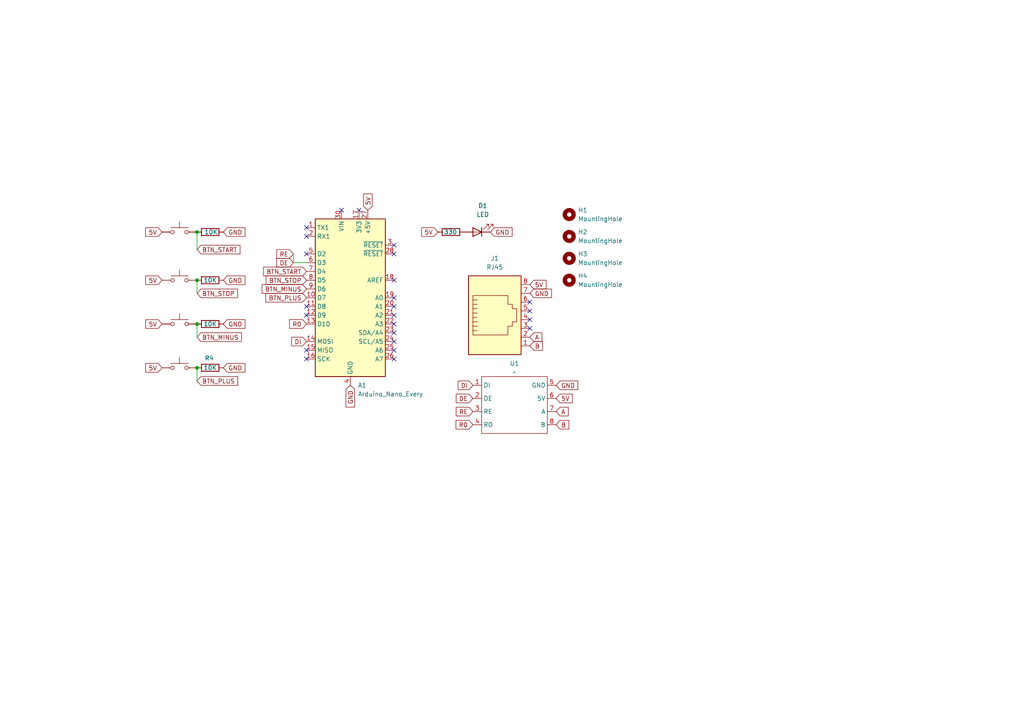
<source format=kicad_sch>
(kicad_sch (version 20231120) (generator "eeschema") (generator_version "8.0")
  (paper "A4")
  (lib_symbols
    (symbol "Connector:MAX485-TTL"
      (property "Reference" "U" (at 0 0 0))
      (symbol "MAX485-TTL_0_1"
        (rectangle (start 25.4 5.08) (end 44.45 -11.43))
      )
      (symbol "MAX485-TTL_1_1"
        (pin input line (at 22.86 2.54 0) (length 2.54) (name "DI") (number "1"))
        (pin input line (at 22.86 -1.27 0) (length 2.54) (name "DE") (number "2"))
        (pin input line (at 22.86 -5.08 0) (length 2.54) (name "RE") (number "3"))
        (pin input line (at 22.86 -8.89 0) (length 2.54) (name "RO") (number "4"))
        (pin input line (at 46.99 2.54 180) (length 2.54) (name "GND") (number "5"))
        (pin input line (at 46.99 -1.27 180) (length 2.54) (name "5V") (number "6"))
        (pin output line (at 46.99 -5.08 180) (length 2.54) (name "A") (number "7"))
        (pin output line (at 46.99 -8.89 180) (length 2.54) (name "B") (number "8"))
      )
    )
    (symbol "Connector:RJ45" (pin_names (offset 1.016))
      (property "Reference" "J" (at -5.08 13.97 0))
      (property "Value" "RJ45" (at 2.54 13.97 0))
      (symbol "RJ45_0_1"
        (polyline (pts (xy -5.08 4.445) (xy -6.35 4.445)))
        (polyline (pts (xy -5.08 5.715) (xy -6.35 5.715)))
        (polyline (pts (xy -6.35 -3.175) (xy -5.08 -3.175) (xy -5.08 -3.175)))
        (polyline (pts (xy -6.35 -1.905) (xy -5.08 -1.905) (xy -5.08 -1.905)))
        (polyline (pts (xy -6.35 -0.635) (xy -5.08 -0.635) (xy -5.08 -0.635)))
        (polyline (pts (xy -6.35 0.635) (xy -5.08 0.635) (xy -5.08 0.635)))
        (polyline (pts (xy -6.35 1.905) (xy -5.08 1.905) (xy -5.08 1.905)))
        (polyline (pts (xy -5.08 3.175) (xy -6.35 3.175) (xy -6.35 3.175)))
        (polyline (pts (xy -6.35 -4.445) (xy -6.35 6.985) (xy 3.81 6.985) (xy 3.81 4.445) (xy 5.08 4.445) (xy 5.08 3.175) (xy 6.35 3.175) (xy 6.35 -0.635) (xy 5.08 -0.635) (xy 5.08 -1.905) (xy 3.81 -1.905) (xy 3.81 -4.445) (xy -6.35 -4.445) (xy -6.35 -4.445)))
        (rectangle (start 7.62 12.7) (end -7.62 -10.16) (stroke (width 0.254)) (fill (type background)))
      )
      (symbol "RJ45_1_1"
        (pin passive line (at 10.16 -7.62 180) (length 2.54) (name "~") (number "1"))
        (pin passive line (at 10.16 -5.08 180) (length 2.54) (name "~") (number "2"))
        (pin passive line (at 10.16 -2.54 180) (length 2.54) (name "~") (number "3"))
        (pin passive line (at 10.16 0 180) (length 2.54) (name "~") (number "4"))
        (pin passive line (at 10.16 2.54 180) (length 2.54) (name "~") (number "5"))
        (pin passive line (at 10.16 5.08 180) (length 2.54) (name "~") (number "6"))
        (pin passive line (at 10.16 7.62 180) (length 2.54) (name "~") (number "7"))
        (pin passive line (at 10.16 10.16 180) (length 2.54) (name "~") (number "8"))
      )
    )
    (symbol "Device:LED" (pin_numbers hide) (pin_names (offset 1.016) hide)
      (property "Reference" "D" (at 0 2.54 0))
      (property "Value" "LED" (at 0 -2.54 0))
      (symbol "LED_0_1"
        (polyline (pts (xy -1.27 -1.27) (xy -1.27 1.27)) (stroke (width 0.254)))
        (polyline (pts (xy -1.27 0) (xy 1.27 0)))
        (polyline (pts (xy 1.27 -1.27) (xy 1.27 1.27) (xy -1.27 0) (xy 1.27 -1.27)) (stroke (width 0.254)))
        (polyline (pts (xy -3.048 -0.762) (xy -4.572 -2.286) (xy -3.81 -2.286) (xy -4.572 -2.286) (xy -4.572 -1.524)))
        (polyline (pts (xy -1.778 -0.762) (xy -3.302 -2.286) (xy -2.54 -2.286) (xy -3.302 -2.286) (xy -3.302 -1.524)))
      )
      (symbol "LED_1_1"
        (pin passive line (at -3.81 0 0) (length 2.54) (name "K") (number "1"))
        (pin passive line (at 3.81 0 180) (length 2.54) (name "A") (number "2"))
      )
    )
    (symbol "Device:R" (pin_numbers hide) (pin_names (offset 0))
      (property "Reference" "R" (at 2.032 0 90))
      (property "Value" "R" (at 0 0 90))
      (symbol "R_0_1"
        (rectangle (start -1.016 -2.54) (end 1.016 2.54) (stroke (width 0.254)))
      )
      (symbol "R_1_1"
        (pin passive line (at 0 3.81 270) (length 1.27) (name "~") (number "1"))
        (pin passive line (at 0 -3.81 90) (length 1.27) (name "~") (number "2"))
      )
    )
    (symbol "MCU_Module:Arduino_Nano_Every"
      (property "Reference" "A" (at -10.16 23.495 0))
      (property "Value" "Arduino_Nano_Every" (at 5.08 -24.13 0))
      (symbol "Arduino_Nano_Every_0_1"
        (rectangle (start -10.16 22.86) (end 10.16 -22.86) (stroke (width 0.254)) (fill (type background)))
      )
      (symbol "Arduino_Nano_Every_1_1"
        (pin bidirectional line (at -12.7 20.32 0) (length 2.54) (name "TX1") (number "1"))
        (pin bidirectional line (at -12.7 0 0) (length 2.54) (name "D7") (number "10"))
        (pin bidirectional line (at -12.7 -2.54 0) (length 2.54) (name "D8") (number "11"))
        (pin bidirectional line (at -12.7 -5.08 0) (length 2.54) (name "D9") (number "12"))
        (pin bidirectional line (at -12.7 -7.62 0) (length 2.54) (name "D10") (number "13"))
        (pin bidirectional line (at -12.7 -12.7 0) (length 2.54) (name "MOSI") (number "14"))
        (pin bidirectional line (at -12.7 -15.24 0) (length 2.54) (name "MISO") (number "15"))
        (pin bidirectional line (at -12.7 -17.78 0) (length 2.54) (name "SCK") (number "16"))
        (pin power_out line (at 2.54 25.4 270) (length 2.54) (name "3V3") (number "17"))
        (pin input line (at 12.7 5.08 180) (length 2.54) (name "AREF") (number "18"))
        (pin bidirectional line (at 12.7 0 180) (length 2.54) (name "A0") (number "19"))
        (pin bidirectional line (at -12.7 17.78 0) (length 2.54) (name "RX1") (number "2"))
        (pin bidirectional line (at 12.7 -2.54 180) (length 2.54) (name "A1") (number "20"))
        (pin bidirectional line (at 12.7 -5.08 180) (length 2.54) (name "A2") (number "21"))
        (pin bidirectional line (at 12.7 -7.62 180) (length 2.54) (name "A3") (number "22"))
        (pin bidirectional line (at 12.7 -10.16 180) (length 2.54) (name "SDA/A4") (number "23"))
        (pin bidirectional line (at 12.7 -12.7 180) (length 2.54) (name "SCL/A5") (number "24"))
        (pin bidirectional line (at 12.7 -15.24 180) (length 2.54) (name "A6") (number "25"))
        (pin bidirectional line (at 12.7 -17.78 180) (length 2.54) (name "A7") (number "26"))
        (pin power_out line (at 5.08 25.4 270) (length 2.54) (name "+5V") (number "27"))
        (pin input line (at 12.7 12.7 180) (length 2.54) (name "~{RESET}") (number "28"))
        (pin passive line (at 0 -25.4 90) (length 2.54) hide (name "GND") (number "29"))
        (pin input line (at 12.7 15.24 180) (length 2.54) (name "~{RESET}") (number "3"))
        (pin power_in line (at -2.54 25.4 270) (length 2.54) (name "VIN") (number "30"))
        (pin power_in line (at 0 -25.4 90) (length 2.54) (name "GND") (number "4"))
        (pin bidirectional line (at -12.7 12.7 0) (length 2.54) (name "D2") (number "5"))
        (pin bidirectional line (at -12.7 10.16 0) (length 2.54) (name "D3") (number "6"))
        (pin bidirectional line (at -12.7 7.62 0) (length 2.54) (name "D4") (number "7"))
        (pin bidirectional line (at -12.7 5.08 0) (length 2.54) (name "D5") (number "8"))
        (pin bidirectional line (at -12.7 2.54 0) (length 2.54) (name "D6") (number "9"))
      )
    )
    (symbol "Mechanical:MountingHole" (pin_names (offset 1.016)) (exclude_from_sim yes) (in_bom no)
      (property "Reference" "H" (at 0 5.08 0))
      (property "Value" "MountingHole" (at 0 3.175 0))
      (symbol "MountingHole_0_1"
        (circle (center 0 0) (radius 1.27) (stroke (width 1.27)))
      )
    )
    (symbol "Switch:SW_Push" (pin_numbers hide) (pin_names (offset 1.016) hide)
      (property "Reference" "SW" (at 1.27 2.54 0))
      (property "Value" "SW_Push" (at 0 -1.524 0))
      (symbol "SW_Push_0_1"
        (circle (center -2.032 0) (radius 0.508))
        (polyline (pts (xy 0 1.27) (xy 0 3.048)))
        (polyline (pts (xy 2.54 1.27) (xy -2.54 1.27)))
        (circle (center 2.032 0) (radius 0.508))
        (pin passive line (at -5.08 0 0) (length 2.54) (name "1") (number "1"))
        (pin passive line (at 5.08 0 180) (length 2.54) (name "2") (number "2"))
      )
    )
  )
  (junction (at 57.15 81.28))
  (junction (at 57.15 93.98))
  (junction (at 57.15 67.31))
  (junction (at 57.15 106.68))
  (no_connect (at 153.67 92.71))
  (no_connect (at 114.3 104.14))
  (no_connect (at 114.3 93.98))
  (no_connect (at 104.14 60.96))
  (no_connect (at 114.3 101.6))
  (no_connect (at 88.9 66.04))
  (no_connect (at 88.9 91.44))
  (no_connect (at 88.9 104.14))
  (no_connect (at 99.06 60.96))
  (no_connect (at 88.9 73.66))
  (no_connect (at 114.3 86.36))
  (no_connect (at 88.9 88.9))
  (no_connect (at 88.9 68.58))
  (no_connect (at 114.3 99.06))
  (no_connect (at 114.3 73.66))
  (no_connect (at 153.67 95.25))
  (no_connect (at 114.3 81.28))
  (no_connect (at 153.67 90.17))
  (no_connect (at 114.3 91.44))
  (no_connect (at 114.3 96.52))
  (no_connect (at 114.3 88.9))
  (no_connect (at 153.67 87.63))
  (no_connect (at 88.9 101.6))
  (no_connect (at 114.3 71.12))
  (wire (pts (xy 85.09 73.66) (xy 85.09 76.2)))
  (wire (pts (xy 57.15 72.39) (xy 57.15 67.31)))
  (wire (pts (xy 57.15 85.09) (xy 57.15 81.28)))
  (wire (pts (xy 85.09 76.2) (xy 88.9 76.2)))
  (wire (pts (xy 57.15 97.79) (xy 57.15 93.98)))
  (wire (pts (xy 57.15 110.49) (xy 57.15 106.68)))
  (global_label "GND" (shape input) (at 101.6 111.76 270) (property "Intersheetrefs" "${INTERSHEET_REFS}" (effects (hide yes))))
  (global_label "R0" (shape input) (at 137.16 123.19 180) (property "Intersheetrefs" "${INTERSHEET_REFS}" (effects (hide yes))))
  (global_label "DI" (shape input) (at 88.9 99.06 180) (property "Intersheetrefs" "${INTERSHEET_REFS}" (effects (hide yes))))
  (global_label "BTN_START" (shape input) (at 88.9 78.74 180) (property "Intersheetrefs" "${INTERSHEET_REFS}" (effects (hide yes))))
  (global_label "5V" (shape input) (at 46.99 67.31 180) (property "Intersheetrefs" "${INTERSHEET_REFS}" (effects (hide yes))))
  (global_label "5V" (shape input) (at 161.29 115.57 0) (property "Intersheetrefs" "${INTERSHEET_REFS}" (effects (hide yes))))
  (global_label "5V" (shape input) (at 46.99 93.98 180) (property "Intersheetrefs" "${INTERSHEET_REFS}" (effects (hide yes))))
  (global_label "DE" (shape input) (at 85.09 76.2 180) (property "Intersheetrefs" "${INTERSHEET_REFS}" (effects (hide yes))))
  (global_label "GND" (shape input) (at 64.77 67.31 0) (property "Intersheetrefs" "${INTERSHEET_REFS}" (effects (hide yes))))
  (global_label "BTN_PLUS" (shape input) (at 88.9 86.36 180) (property "Intersheetrefs" "${INTERSHEET_REFS}" (effects (hide yes))))
  (global_label "GND" (shape input) (at 161.29 111.76 0) (property "Intersheetrefs" "${INTERSHEET_REFS}" (effects (hide yes))))
  (global_label "B" (shape input) (at 153.67 100.33 0) (property "Intersheetrefs" "${INTERSHEET_REFS}" (effects (hide yes))))
  (global_label "GND" (shape input) (at 64.77 81.28 0) (property "Intersheetrefs" "${INTERSHEET_REFS}" (effects (hide yes))))
  (global_label "5V" (shape input) (at 106.68 60.96 90) (property "Intersheetrefs" "${INTERSHEET_REFS}" (effects (hide yes))))
  (global_label "B" (shape input) (at 161.29 123.19 0) (property "Intersheetrefs" "${INTERSHEET_REFS}" (effects (hide yes))))
  (global_label "BTN_STOP" (shape input) (at 88.9 81.28 180) (property "Intersheetrefs" "${INTERSHEET_REFS}" (effects (hide yes))))
  (global_label "5V" (shape input) (at 46.99 81.28 180) (property "Intersheetrefs" "${INTERSHEET_REFS}" (effects (hide yes))))
  (global_label "RE" (shape input) (at 137.16 119.38 180) (property "Intersheetrefs" "${INTERSHEET_REFS}" (effects (hide yes))))
  (global_label "DI" (shape input) (at 137.16 111.76 180) (property "Intersheetrefs" "${INTERSHEET_REFS}" (effects (hide yes))))
  (global_label "A" (shape input) (at 161.29 119.38 0) (property "Intersheetrefs" "${INTERSHEET_REFS}" (effects (hide yes))))
  (global_label "BTN_MINUS" (shape input) (at 88.9 83.82 180) (property "Intersheetrefs" "${INTERSHEET_REFS}" (effects (hide yes))))
  (global_label "GND" (shape input) (at 64.77 93.98 0) (property "Intersheetrefs" "${INTERSHEET_REFS}" (effects (hide yes))))
  (global_label "BTN_STOP" (shape input) (at 57.15 85.09 0) (property "Intersheetrefs" "${INTERSHEET_REFS}" (effects (hide yes))))
  (global_label "BTN_START" (shape input) (at 57.15 72.39 0) (property "Intersheetrefs" "${INTERSHEET_REFS}" (effects (hide yes))))
  (global_label "R0" (shape input) (at 88.9 93.98 180) (property "Intersheetrefs" "${INTERSHEET_REFS}" (effects (hide yes))))
  (global_label "RE" (shape input) (at 85.09 73.66 180) (property "Intersheetrefs" "${INTERSHEET_REFS}" (effects (hide yes))))
  (global_label "5V" (shape input) (at 153.67 82.55 0) (property "Intersheetrefs" "${INTERSHEET_REFS}" (effects (hide yes))))
  (global_label "BTN_PLUS" (shape input) (at 57.15 110.49 0) (property "Intersheetrefs" "${INTERSHEET_REFS}" (effects (hide yes))))
  (global_label "A" (shape input) (at 153.67 97.79 0) (property "Intersheetrefs" "${INTERSHEET_REFS}" (effects (hide yes))))
  (global_label "5V" (shape input) (at 127 67.31 180) (property "Intersheetrefs" "${INTERSHEET_REFS}" (effects (hide yes))))
  (global_label "DE" (shape input) (at 137.16 115.57 180) (property "Intersheetrefs" "${INTERSHEET_REFS}" (effects (hide yes))))
  (global_label "GND" (shape input) (at 153.67 85.09 0) (property "Intersheetrefs" "${INTERSHEET_REFS}" (effects (hide yes))))
  (global_label "GND" (shape input) (at 142.24 67.31 0) (property "Intersheetrefs" "${INTERSHEET_REFS}" (effects (hide yes))))
  (global_label "GND" (shape input) (at 64.77 106.68 0) (property "Intersheetrefs" "${INTERSHEET_REFS}" (effects (hide yes))))
  (global_label "5V" (shape input) (at 46.99 106.68 180) (property "Intersheetrefs" "${INTERSHEET_REFS}" (effects (hide yes))))
  (global_label "BTN_MINUS" (shape input) (at 57.15 97.79 0) (property "Intersheetrefs" "${INTERSHEET_REFS}" (effects (hide yes))))
  (symbol (lib_id "Device:R") (at 60.96 93.98 90) (unit 1)
    (property "Reference" "R3" (effects (hide yes)))
    (property "Value" "10K" (at 60.96 93.98 90))
    (property "Footprint" "Resistor_THT:R_Axial_DIN0207_L6.3mm_D2.5mm_P7.62mm_Horizontal" (effects (hide yes)))
    (property "Description" "Resistor" (effects (hide yes)))
  )
  (symbol (lib_id "Mechanical:MountingHole") (at 165.1 81.28 0) (unit 1) (exclude_from_sim yes) (in_bom no)
    (property "Reference" "H4" (at 167.64 80.0099 0) (effects (justify left)))
    (property "Value" "MountingHole" (at 167.64 82.5499 0) (effects (justify left)))
    (property "Footprint" "MountingHole:MountingHole_5mm" (effects (hide yes)))
    (property "Description" "Mounting Hole without connection" (effects (hide yes)))
  )
  (symbol (lib_id "Switch:SW_Push") (at 52.07 93.98 0) (unit 1)
    (property "Reference" "SW3" (effects (hide yes)))
    (property "Value" "SW_Push" (effects (hide yes)))
    (property "Footprint" "Button_Switch_THT:SW_PUSH-12mm" (effects (hide yes)))
    (property "Description" "Push button switch, generic, two pins" (effects (hide yes)))
  )
  (symbol (lib_id "Device:LED") (at 138.43 67.31 180) (unit 1)
    (property "Reference" "D1" (at 140.0175 59.69 0))
    (property "Value" "LED" (at 140.0175 62.23 0))
    (property "Footprint" "LED_THT:LED_D5.0mm" (effects (hide yes)))
    (property "Description" "Light emitting diode" (effects (hide yes)))
  )
  (symbol (lib_id "Device:R") (at 60.96 67.31 90) (unit 1)
    (property "Reference" "R1" (effects (hide yes)))
    (property "Value" "10K" (at 61.214 67.31 90))
    (property "Footprint" "Resistor_THT:R_Axial_DIN0207_L6.3mm_D2.5mm_P7.62mm_Horizontal" (effects (hide yes)))
    (property "Description" "Resistor" (effects (hide yes)))
  )
  (symbol (lib_id "Device:R") (at 60.96 106.68 90) (unit 1)
    (property "Reference" "R4" (at 60.706 103.886 90))
    (property "Value" "10K" (at 60.96 106.68 90))
    (property "Footprint" "Resistor_THT:R_Axial_DIN0207_L6.3mm_D2.5mm_P7.62mm_Horizontal" (effects (hide yes)))
    (property "Description" "Resistor" (effects (hide yes)))
  )
  (symbol (lib_id "Mechanical:MountingHole") (at 165.1 74.93 0) (unit 1) (exclude_from_sim yes) (in_bom no)
    (property "Reference" "H3" (at 167.64 73.6599 0) (effects (justify left)))
    (property "Value" "MountingHole" (at 167.64 76.1999 0) (effects (justify left)))
    (property "Footprint" "MountingHole:MountingHole_5mm" (effects (hide yes)))
    (property "Description" "Mounting Hole without connection" (effects (hide yes)))
  )
  (symbol (lib_id "Switch:SW_Push") (at 52.07 106.68 0) (unit 1)
    (property "Reference" "SW4" (effects (hide yes)))
    (property "Value" "SW_Push" (effects (hide yes)))
    (property "Footprint" "Button_Switch_THT:SW_PUSH-12mm" (effects (hide yes)))
    (property "Description" "Push button switch, generic, two pins" (effects (hide yes)))
  )
  (symbol (lib_id "MCU_Module:Arduino_Nano_Every") (at 101.6 86.36 0) (unit 1)
    (property "Reference" "A1" (at 103.7941 111.76 0) (effects (justify left)))
    (property "Value" "Arduino_Nano_Every" (at 103.7941 114.3 0) (effects (justify left)))
    (property "Footprint" "Module:Arduino_Nano" (effects (hide yes)))
    (property "Datasheet" "https://content.arduino.cc/assets/NANOEveryV3.0_sch.pdf" (effects (hide yes)))
    (property "Description" "Arduino Nano Every" (effects (hide yes)))
  )
  (symbol (lib_id "Mechanical:MountingHole") (at 165.1 68.58 0) (unit 1) (exclude_from_sim yes) (in_bom no)
    (property "Reference" "H2" (at 167.64 67.3099 0) (effects (justify left)))
    (property "Value" "MountingHole" (at 167.64 69.8499 0) (effects (justify left)))
    (property "Footprint" "MountingHole:MountingHole_5mm" (effects (hide yes)))
    (property "Description" "Mounting Hole without connection" (effects (hide yes)))
  )
  (symbol (lib_id "Switch:SW_Push") (at 52.07 81.28 0) (unit 1)
    (property "Reference" "SW2" (effects (hide yes)))
    (property "Value" "SW_Push" (effects (hide yes)))
    (property "Footprint" "Button_Switch_THT:SW_PUSH-12mm" (effects (hide yes)))
    (property "Description" "Push button switch, generic, two pins" (effects (hide yes)))
  )
  (symbol (lib_id "Mechanical:MountingHole") (at 165.1 62.23 0) (unit 1) (exclude_from_sim yes) (in_bom no)
    (property "Reference" "H1" (at 167.64 60.9599 0) (effects (justify left)))
    (property "Value" "MountingHole" (at 167.64 63.4999 0) (effects (justify left)))
    (property "Footprint" "MountingHole:MountingHole_5mm" (effects (hide yes)))
    (property "Description" "Mounting Hole without connection" (effects (hide yes)))
  )
  (symbol (lib_id "Connector:RJ45") (at 143.51 92.71 0) (unit 1)
    (property "Reference" "J1" (at 143.51 74.93 0))
    (property "Value" "RJ45" (at 143.51 77.47 0))
    (property "Footprint" "Connector_RJ:RJ45_Amphenol_54602-x08_Horizontal" (effects (hide yes)))
    (property "Description" "RJ connector, 8P8C (8 positions 8 connected)" (effects (hide yes)))
  )
  (symbol (lib_id "Device:R") (at 60.96 81.28 90) (unit 1)
    (property "Reference" "R2" (effects (hide yes)))
    (property "Value" "10K" (at 60.96 81.28 90))
    (property "Footprint" "Resistor_THT:R_Axial_DIN0207_L6.3mm_D2.5mm_P7.62mm_Horizontal" (effects (hide yes)))
    (property "Description" "Resistor" (effects (hide yes)))
  )
  (symbol (lib_id "Connector:MAX485-TTL") (at 114.3 114.3 0) (unit 1)
    (property "Reference" "U1" (at 149.225 105.41 0))
    (property "Value" "~" (at 149.225 107.95 0))
    (property "Footprint" "max485module:MAX485-TTL" (effects (hide yes)))
  )
  (symbol (lib_id "Device:R") (at 130.81 67.31 90) (unit 1)
    (property "Reference" "R5" (effects (hide yes)))
    (property "Value" "330" (at 132.588 67.31 90) (effects (justify left)))
    (property "Footprint" "Resistor_THT:R_Axial_DIN0207_L6.3mm_D2.5mm_P7.62mm_Horizontal" (effects (hide yes)))
    (property "Description" "Resistor" (effects (hide yes)))
  )
  (symbol (lib_id "Switch:SW_Push") (at 52.07 67.31 0) (unit 1)
    (property "Reference" "SW1" (effects (hide yes)))
    (property "Value" "SW_Push" (effects (hide yes)))
    (property "Footprint" "Button_Switch_THT:SW_PUSH-12mm" (effects (hide yes)))
    (property "Description" "Push button switch, generic, two pins" (effects (hide yes)))
  )
)
</source>
